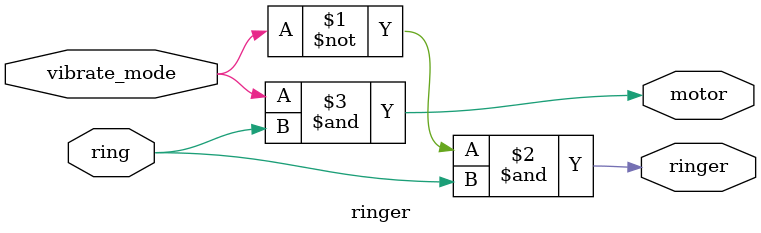
<source format=v>
module ringer(
	input ring,
	input vibrate_mode,
	output ringer,
	output motor
);
	// design a circuit to control a cellphone's ringer and vibration
	// challenge: try to use only assign statements
	// translating a problem description into a collection of logic gates
	// design hint: rather than approaching from a programming perspective
	// (sequential, imperative: if inputs are x then output should be y)
	// approach hardware design from a declarative approach
	// (output should be x when inputs are y)
	
	assign ringer = ~vibrate_mode & ring;
	assign motor = vibrate_mode & ring;
	
endmodule

</source>
